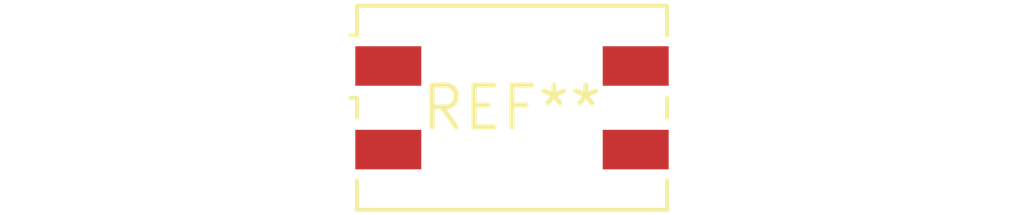
<source format=kicad_pcb>
(kicad_pcb (version 20240108) (generator pcbnew)
  (layers (0 "F.Cu" signal) (31 "B.Cu" signal) (34 "B.Paste" user) (35 "F.Paste" user) (36 "B.SilkS" user "B.Silkscreen") (37 "F.SilkS" user "F.Silkscreen") (38 "B.Mask" user) (39 "F.Mask" user) (44 "Edge.Cuts" user))
  (net 0 "")
  (footprint "L_CommonMode_Wuerth_WE-SL2" (layer "F.Cu") (at 0 0)
    (property "Reference" "REF**")
    (property "Value" "L_CommonMode_Wuerth_WE-SL2")
    (fp_line (start -4.9 -2.2) (end -4.8 -2.2) (layer "F.SilkS") (stroke (width 0.12)))
    (fp_line (start -4.9 -0.3) (end -4.7 -0.3) (layer "F.SilkS") (stroke (width 0.12)))
    (fp_line (start -4.7 -3.1) (end -4.7 -2.2) (layer "F.SilkS") (stroke (width 0.12)))
    (fp_line (start -4.7 -3.1) (end 4.7 -3.1) (layer "F.SilkS") (stroke (width 0.12)))
    (fp_line (start -4.7 -2.2) (end -4.9 -2.2) (layer "F.SilkS") (stroke (width 0.12)))
    (fp_line (start -4.7 -0.3) (end -4.7 0.3) (layer "F.SilkS") (stroke (width 0.12)))
    (fp_line (start -4.7 3.1) (end -4.7 2.2) (layer "F.SilkS") (stroke (width 0.12)))
    (fp_line (start 4.7 -3.1) (end 4.7 -2.2) (layer "F.SilkS") (stroke (width 0.12)))
    (fp_line (start 4.7 -0.3) (end 4.7 0.3) (layer "F.SilkS") (stroke (width 0.12)))
    (fp_line (start 4.7 3.1) (end -4.7 3.1) (layer "F.SilkS") (stroke (width 0.12)))
    (fp_line (start 4.7 3.1) (end 4.7 2.2) (layer "F.SilkS") (stroke (width 0.12)))
    (pad "1" smd rect (at -3.75 -1.27) (size 2 1.2) (layers "F.Cu" "F.Paste" "F.Mask"))
    (pad "2" smd rect (at -3.75 1.27) (size 2 1.2) (layers "F.Cu" "F.Paste" "F.Mask"))
    (pad "3" smd rect (at 3.75 1.27) (size 2 1.2) (layers "F.Cu" "F.Paste" "F.Mask"))
    (pad "4" smd rect (at 3.75 -1.27) (size 2 1.2) (layers "F.Cu" "F.Paste" "F.Mask"))
  )
)
</source>
